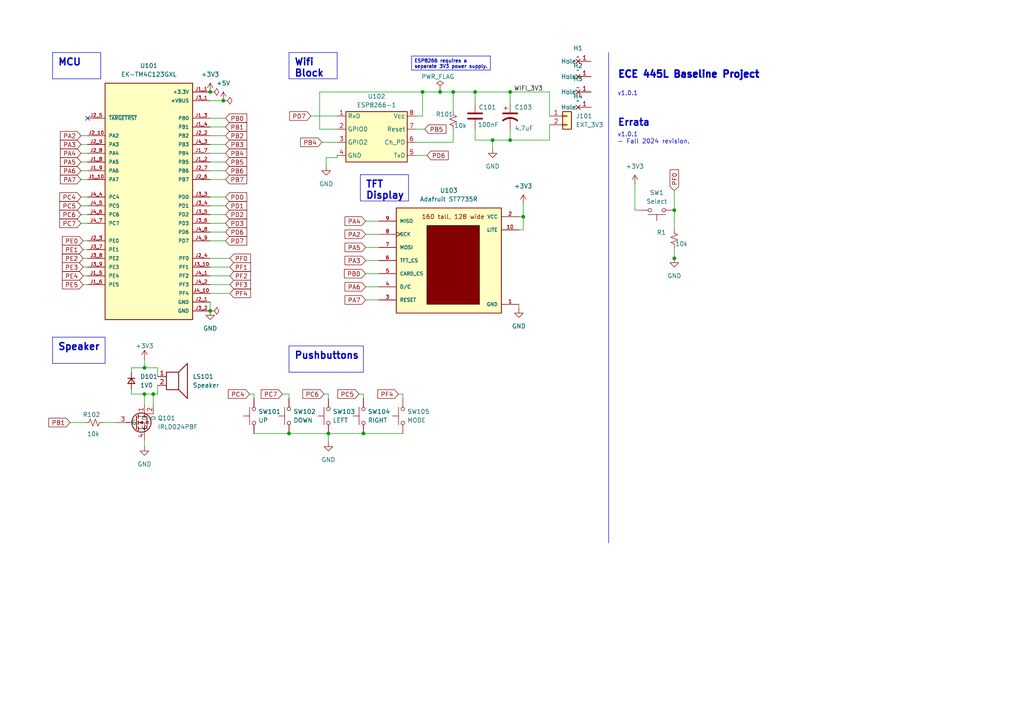
<source format=kicad_sch>
(kicad_sch (version 20231120) (generator "eeschema") (generator_version "8.0")
  (paper "A4")
  (title_block (title "ECE 445L Baseline Project") (date "2024-08-07") (rev "v1.0.1") (company "The University of Texas at Austin"))
  (lib_symbols
    (symbol "Connector_Generic:Conn_01x02" (pin_names (offset 1.016) hide)
      (property "Reference" "J" (at 0 2.54 0))
      (property "Value" "Conn_01x02" (at 0 -5.08 0))
      (symbol "Conn_01x02_1_1"
        (rectangle (start -1.27 -2.413) (end 0 -2.667) (stroke (width 0.1524)))
        (rectangle (start -1.27 0.127) (end 0 -0.127) (stroke (width 0.1524)))
        (rectangle (start -1.27 1.27) (end 1.27 -3.81) (stroke (width 0.254)) (fill (type background)))
        (pin passive line (at -5.08 0 0) (length 3.81) (name "Pin_1") (number "1"))
        (pin passive line (at -5.08 -2.54 0) (length 3.81) (name "Pin_2") (number "2"))
      )
    )
    (symbol "Device:D_Small" (pin_numbers hide) (pin_names (offset 0.254) hide)
      (property "Reference" "D" (at -1.27 2.032 0))
      (property "Value" "D_Small" (at -3.81 -2.032 0))
      (symbol "D_Small_0_1"
        (polyline (pts (xy -0.762 -1.016) (xy -0.762 1.016)) (stroke (width 0.254)))
        (polyline (pts (xy -0.762 0) (xy 0.762 0)))
        (polyline (pts (xy 0.762 -1.016) (xy -0.762 0) (xy 0.762 1.016) (xy 0.762 -1.016)) (stroke (width 0.254)))
      )
      (symbol "D_Small_1_1"
        (pin passive line (at -2.54 0 0) (length 1.778) (name "K") (number "1"))
        (pin passive line (at 2.54 0 180) (length 1.778) (name "A") (number "2"))
      )
    )
    (symbol "Device:Speaker" (pin_names (offset 0) hide)
      (property "Reference" "LS" (at 1.27 5.715 0))
      (property "Value" "Speaker" (at 1.27 3.81 0))
      (symbol "Speaker_0_0"
        (rectangle (start -2.54 1.27) (end 1.016 -3.81) (stroke (width 0.254)))
        (polyline (pts (xy 1.016 1.27) (xy 3.556 3.81) (xy 3.556 -6.35) (xy 1.016 -3.81)) (stroke (width 0.254)))
      )
      (symbol "Speaker_1_1"
        (pin input line (at -5.08 0 0) (length 2.54) (name "1") (number "1"))
        (pin input line (at -5.08 -2.54 0) (length 2.54) (name "2") (number "2"))
      )
    )
    (symbol "ECE445L:Adafruit_ST7735R" (pin_names (offset 1.016))
      (property "Reference" "U?" (at -15.24 16.002 0))
      (property "Value" "Adafruit ST7735R" (at -15.24 -17.78 0))
      (symbol "Adafruit_ST7735R_0_0"
        (rectangle (start -15.24 15.24) (end 15.24 -15.24) (stroke (width 0.254)) (fill (type background)))
      )
      (symbol "Adafruit_ST7735R_1_0"
        (pin power_in line (at 20.32 -12.7 180) (length 5.08) (name "GND") (number "1"))
        (pin power_in line (at 20.32 8.89 180) (length 5.08) (name "LITE") (number "10"))
        (pin power_in line (at 20.32 12.7 180) (length 5.08) (name "VCC") (number "2"))
        (pin input line (at -20.32 -11.43 0) (length 5.08) (name "RESET") (number "3"))
        (pin input line (at -20.32 -7.62 0) (length 5.08) (name "D/C") (number "4"))
        (pin input line (at -20.32 -3.81 0) (length 5.08) (name "CARD_CS") (number "5"))
        (pin input line (at -20.32 0 0) (length 5.08) (name "TFT_CS") (number "6"))
        (pin input line (at -20.32 3.81 0) (length 5.08) (name "MOSI") (number "7"))
        (pin input clock (at -20.32 7.62 0) (length 5.08) (name "SCK") (number "8"))
        (pin output line (at -20.32 11.43 0) (length 5.08) (name "MISO") (number "9"))
      )
      (symbol "Adafruit_ST7735R_1_1"
        (rectangle (start -6.35 10.16) (end 8.89 -12.7) (stroke (width 0) (color 0 0 0 1)) (fill (type color) (color 132 0 0 1)))
        (text "160 tall, 128 wide" (at 1.27 12.7 0) (effects (font (size 1.27 1.27))))
      )
    )
    (symbol "ECE445L:C" (pin_numbers hide) (pin_names (offset 0.254))
      (property "Reference" "C" (at 0.635 2.54 0))
      (property "Value" "C" (at 0.635 -2.54 0))
      (symbol "C_0_1"
        (polyline (pts (xy -2.032 -0.762) (xy 2.032 -0.762)) (stroke (width 0.508)))
        (polyline (pts (xy -2.032 0.762) (xy 2.032 0.762)) (stroke (width 0.508)))
      )
      (symbol "C_1_1"
        (pin passive line (at 0 3.81 270) (length 2.794) (name "~") (number "1"))
        (pin passive line (at 0 -3.81 90) (length 2.794) (name "~") (number "2"))
      )
    )
    (symbol "ECE445L:C_Polarized" (pin_numbers hide) (pin_names (offset 0.254) hide)
      (property "Reference" "C" (at 0.635 2.54 0))
      (property "Value" "C_Polarized" (at 0.635 -2.54 0))
      (symbol "C_Polarized_0_1"
        (polyline (pts (xy -2.032 0.762) (xy 2.032 0.762)) (stroke (width 0.508)))
        (polyline (pts (xy -1.778 2.286) (xy -0.762 2.286)))
        (polyline (pts (xy -1.27 1.778) (xy -1.27 2.794)))
        (arc (start 2.032 -1.27) (mid 0 -0.5572) (end -2.032 -1.27) (stroke (width 0.508)))
      )
      (symbol "C_Polarized_1_1"
        (pin passive line (at 0 3.81 270) (length 2.794) (name "~") (number "1"))
        (pin passive line (at 0 -3.81 90) (length 3.302) (name "~") (number "2"))
      )
    )
    (symbol "ECE445L:EK-TM4C123GXL" (pin_names (offset 1.016))
      (property "Reference" "U?" (at -12.7367 34.3099 0))
      (property "Value" "EK-TM4C123GXL" (at -12.7129 -38.1075 0))
      (symbol "EK-TM4C123GXL_0_0"
        (rectangle (start -12.7 -35.56) (end 12.7 33.02) (stroke (width 0.254)) (fill (type background)))
        (pin power_in line (at 17.78 30.48 180) (length 5.08) (name "+3.3V") (number "J1_1"))
        (pin bidirectional line (at -17.78 5.08 0) (length 5.08) (name "PA7") (number "J1_10"))
        (pin bidirectional line (at 17.78 22.86 180) (length 5.08) (name "PB0") (number "J1_3"))
        (pin bidirectional line (at 17.78 20.32 180) (length 5.08) (name "PB1") (number "J1_4"))
        (pin bidirectional line (at -17.78 -22.86 0) (length 5.08) (name "PE4") (number "J1_5"))
        (pin bidirectional line (at -17.78 -25.4 0) (length 5.08) (name "PE5") (number "J1_6"))
        (pin bidirectional line (at 17.78 12.7 180) (length 5.08) (name "PB4") (number "J1_7"))
        (pin bidirectional line (at -17.78 10.16 0) (length 5.08) (name "PA5") (number "J1_8"))
        (pin bidirectional line (at -17.78 7.62 0) (length 5.08) (name "PA6") (number "J1_9"))
        (pin power_in line (at 17.78 -30.48 180) (length 5.08) (name "GND") (number "J2_1"))
        (pin bidirectional line (at -17.78 17.78 0) (length 5.08) (name "PA2") (number "J2_10"))
        (pin bidirectional line (at 17.78 17.78 180) (length 5.08) (name "PB2") (number "J2_2"))
        (pin bidirectional line (at -17.78 -12.7 0) (length 5.08) (name "PE0") (number "J2_3"))
        (pin bidirectional line (at 17.78 -17.78 180) (length 5.08) (name "PF0") (number "J2_4"))
        (pin input line (at -17.78 22.86 0) (length 5.08) (name "~{TARGETRST}") (number "J2_5"))
        (pin bidirectional line (at 17.78 5.08 180) (length 5.08) (name "PB7") (number "J2_6"))
        (pin bidirectional line (at 17.78 7.62 180) (length 5.08) (name "PB6") (number "J2_7"))
        (pin bidirectional line (at -17.78 12.7 0) (length 5.08) (name "PA4") (number "J2_8"))
        (pin bidirectional line (at -17.78 15.24 0) (length 5.08) (name "PA3") (number "J2_9"))
        (pin power_in line (at 17.78 27.94 180) (length 5.08) (name "+VBUS") (number "J3_1"))
        (pin bidirectional line (at 17.78 -20.32 180) (length 5.08) (name "PF1") (number "J3_10"))
        (pin power_in line (at 17.78 -33.02 180) (length 5.08) (name "GND") (number "J3_2"))
        (pin bidirectional line (at 17.78 0 180) (length 5.08) (name "PD0") (number "J3_3"))
        (pin bidirectional line (at 17.78 -2.54 180) (length 5.08) (name "PD1") (number "J3_4"))
        (pin bidirectional line (at 17.78 -5.08 180) (length 5.08) (name "PD2") (number "J3_5"))
        (pin bidirectional line (at 17.78 -7.62 180) (length 5.08) (name "PD3") (number "J3_6"))
        (pin bidirectional line (at -17.78 -15.24 0) (length 5.08) (name "PE1") (number "J3_7"))
        (pin bidirectional line (at -17.78 -17.78 0) (length 5.08) (name "PE2") (number "J3_8"))
        (pin bidirectional line (at -17.78 -20.32 0) (length 5.08) (name "PE3") (number "J3_9"))
        (pin bidirectional line (at 17.78 -22.86 180) (length 5.08) (name "PF2") (number "J4_1"))
        (pin bidirectional line (at 17.78 -27.94 180) (length 5.08) (name "PF4") (number "J4_10"))
        (pin bidirectional line (at 17.78 -25.4 180) (length 5.08) (name "PF3") (number "J4_2"))
        (pin bidirectional line (at 17.78 15.24 180) (length 5.08) (name "PB3") (number "J4_3"))
        (pin bidirectional line (at -17.78 0 0) (length 5.08) (name "PC4") (number "J4_4"))
        (pin bidirectional line (at -17.78 -2.54 0) (length 5.08) (name "PC5") (number "J4_5"))
        (pin bidirectional line (at -17.78 -5.08 0) (length 5.08) (name "PC6") (number "J4_6"))
        (pin bidirectional line (at -17.78 -7.62 0) (length 5.08) (name "PC7") (number "J4_7"))
        (pin bidirectional line (at 17.78 -10.16 180) (length 5.08) (name "PD6") (number "J4_8"))
        (pin bidirectional line (at 17.78 -12.7 180) (length 5.08) (name "PD7") (number "J4_9"))
      )
      (symbol "EK-TM4C123GXL_1_0"
        (pin bidirectional line (at 17.78 10.16 180) (length 5.08) (name "PB5") (number "J1_2"))
      )
    )
    (symbol "ECE445L:ESP8266-1"
      (property "Reference" "U" (at 0 0 0))
      (property "Value" "ESP8266-1" (at 0 8.255 0))
      (symbol "ESP8266-1_1_1"
        (rectangle (start -8.255 6.985) (end 9.525 -7.62) (stroke (width 0.254)) (fill (type background)))
        (pin passive line (at -10.795 5.715 0) (length 2.54) (name "RxD") (number "1"))
        (pin passive line (at -10.795 1.905 0) (length 2.54) (name "GPIO0") (number "2"))
        (pin passive line (at -10.795 -1.905 0) (length 2.54) (name "GPIO2") (number "3"))
        (pin passive line (at -10.795 -5.715 0) (length 2.54) (name "GND") (number "4"))
        (pin passive line (at 12.065 -5.715 180) (length 2.54) (name "TxD") (number "5"))
        (pin passive line (at 12.065 -1.905 180) (length 2.54) (name "Ch_PD") (number "6"))
        (pin passive line (at 12.065 1.905 180) (length 2.54) (name "Reset") (number "7"))
        (pin passive line (at 12.065 5.715 180) (length 2.54) (name "Vcc") (number "8"))
      )
    )
    (symbol "ECE445L:IRLD024PBF"
      (property "Reference" "Q" (at 6.35 5.715 0))
      (property "Value" "IRLD024PBF" (at 16.51 -1.905 0))
      (symbol "IRLD024PBF_0_1"
        (polyline (pts (xy 11.43 0.635) (xy 8.636 0.635)))
        (polyline (pts (xy 11.684 2.54) (xy 11.684 -1.27)) (stroke (width 0.254)))
        (polyline (pts (xy 12.192 -0.635) (xy 12.192 -1.651)) (stroke (width 0.254)))
        (polyline (pts (xy 12.192 1.143) (xy 12.192 0.127)) (stroke (width 0.254)))
        (polyline (pts (xy 12.192 2.921) (xy 12.192 1.905)) (stroke (width 0.254)))
        (polyline (pts (xy 13.97 3.175) (xy 13.97 2.413)))
        (polyline (pts (xy 16.51 3.175) (xy 13.97 3.175)))
        (polyline (pts (xy 13.97 -1.905) (xy 13.97 0.635) (xy 12.192 0.635)))
        (polyline (pts (xy 12.192 -1.143) (xy 14.732 -1.143) (xy 14.732 2.413) (xy 12.192 2.413)))
        (polyline (pts (xy 12.446 0.635) (xy 13.462 1.016) (xy 13.462 0.254) (xy 12.446 0.635)) (fill (type outline)))
        (polyline (pts (xy 14.224 1.143) (xy 14.351 1.016) (xy 15.113 1.016) (xy 15.24 0.889)))
        (polyline (pts (xy 14.732 1.016) (xy 14.351 0.381) (xy 15.113 0.381) (xy 14.732 1.016)))
        (circle (center 13.081 0.635) (radius 2.794) (stroke (width 0.254)))
        (circle (center 13.97 -1.143) (radius 0.254) (fill (type outline)))
        (circle (center 13.97 2.413) (radius 0.254) (fill (type outline)))
      )
      (symbol "IRLD024PBF_1_1"
        (pin passive line (at 13.97 5.715 270) (length 2.54) (name "D") (number "1"))
        (pin passive line (at 16.51 5.715 270) (length 2.54) (name "D") (number "2"))
        (pin input line (at 5.715 0.635 0) (length 4) (name "G") (number "3"))
        (pin passive line (at 13.97 -4.445 90) (length 2.54) (name "S") (number "4"))
      )
    )
    (symbol "ECE445L:MountingHole"
      (property "Reference" "H" (at 0 0 0))
      (symbol "MountingHole_1_1"
        (pin power_in non_logic (at 0 0 180) (length 3.81) (name "Hole") (number "1"))
      )
    )
    (symbol "ECE445L:R_0.125W" (pin_numbers hide) (pin_names (offset 0.254) hide)
      (property "Reference" "R" (at 0.762 0.508 0))
      (property "Value" "R_0.125W" (at 0.762 -1.016 0))
      (symbol "R_0.125W_1_1"
        (polyline (pts (xy 0 0) (xy 1.016 -0.381) (xy 0 -0.762) (xy -1.016 -1.143) (xy 0 -1.524)))
        (polyline (pts (xy 0 1.524) (xy 1.016 1.143) (xy 0 0.762) (xy -1.016 0.381) (xy 0 0)))
        (pin passive line (at 0 2.54 270) (length 1.016) (name "~") (number "1"))
        (pin passive line (at 0 -2.54 90) (length 1.016) (name "~") (number "2"))
      )
    )
    (symbol "Switch:SW_Push" (pin_numbers hide) (pin_names (offset 1.016) hide)
      (property "Reference" "SW" (at 1.27 2.54 0))
      (property "Value" "SW_Push" (at 0 -1.524 0))
      (symbol "SW_Push_0_1"
        (circle (center -2.032 0) (radius 0.508))
        (polyline (pts (xy 0 1.27) (xy 0 3.048)))
        (polyline (pts (xy 2.54 1.27) (xy -2.54 1.27)))
        (circle (center 2.032 0) (radius 0.508))
        (pin passive line (at -5.08 0 0) (length 2.54) (name "1") (number "1"))
        (pin passive line (at 5.08 0 180) (length 2.54) (name "2") (number "2"))
      )
    )
    (symbol "power:+3V3" (power) (pin_numbers hide) (pin_names (offset 0) hide)
      (property "Value" "+3V3" (at 0 3.556 0))
      (symbol "+3V3_0_1"
        (polyline (pts (xy -0.762 1.27) (xy 0 2.54)))
        (polyline (pts (xy 0 0) (xy 0 2.54)))
        (polyline (pts (xy 0 2.54) (xy 0.762 1.27)))
      )
      (symbol "+3V3_1_1"
        (pin power_in line (at 0 0 90) (length 0) (name "~") (number "1"))
      )
    )
    (symbol "power:+5V" (power) (pin_numbers hide) (pin_names (offset 0) hide)
      (property "Value" "+5V" (at 0 3.556 0))
      (symbol "+5V_0_1"
        (polyline (pts (xy -0.762 1.27) (xy 0 2.54)))
        (polyline (pts (xy 0 0) (xy 0 2.54)))
        (polyline (pts (xy 0 2.54) (xy 0.762 1.27)))
      )
      (symbol "+5V_1_1"
        (pin power_in line (at 0 0 90) (length 0) (name "~") (number "1"))
      )
    )
    (symbol "power:GND" (power) (pin_numbers hide) (pin_names (offset 0) hide)
      (property "Value" "GND" (at 0 -3.81 0))
      (symbol "GND_0_1"
        (polyline (pts (xy 0 0) (xy 0 -1.27) (xy 1.27 -1.27) (xy 0 -2.54) (xy -1.27 -1.27) (xy 0 -1.27)))
      )
      (symbol "GND_1_1"
        (pin power_in line (at 0 0 270) (length 0) (name "~") (number "1"))
      )
    )
    (symbol "power:PWR_FLAG" (power) (pin_numbers hide) (pin_names (offset 0) hide)
      (property "Value" "PWR_FLAG" (at 0 3.81 0))
      (symbol "PWR_FLAG_0_0"
        (pin power_out line (at 0 0 90) (length 0) (name "~") (number "1"))
      )
      (symbol "PWR_FLAG_0_1"
        (polyline (pts (xy 0 0) (xy 0 1.27) (xy -1.016 1.905) (xy 0 2.54) (xy 1.016 1.905) (xy 0 1.27)))
      )
    )
  )
  (junction (at 60.96 26.67))
  (junction (at 195.58 60.96))
  (junction (at 95.25 125.73))
  (junction (at 127.635 26.67))
  (junction (at 147.955 26.67))
  (junction (at 41.91 106.68))
  (junction (at 44.45 114.3))
  (junction (at 195.58 74.93))
  (junction (at 122.555 26.67))
  (junction (at 137.795 26.67))
  (junction (at 147.955 40.64))
  (junction (at 60.96 90.17))
  (junction (at 41.91 114.3))
  (junction (at 142.875 40.64))
  (junction (at 131.445 26.67))
  (junction (at 83.82 125.73))
  (junction (at 105.41 125.73))
  (junction (at 151.765 62.865))
  (junction (at 64.77 29.21))
  (no_connect (at 25.4 34.29))
  (wire (pts (xy 60.96 41.91) (xy 65.405 41.91)))
  (wire (pts (xy 106.045 71.755) (xy 109.855 71.755)))
  (wire (pts (xy 93.345 41.275) (xy 97.79 41.275)))
  (wire (pts (xy 81.915 114.3) (xy 83.82 114.3)))
  (wire (pts (xy 73.66 114.3) (xy 73.66 115.57)))
  (wire (pts (xy 116.84 114.3) (xy 116.84 115.57)))
  (wire (pts (xy 60.96 52.07) (xy 65.405 52.07)))
  (wire (pts (xy 60.96 36.83) (xy 65.405 36.83)))
  (wire (pts (xy 95.25 125.73) (xy 95.25 128.27)))
  (wire (pts (xy 20.32 122.555) (xy 24.765 122.555)))
  (wire (pts (xy 38.1 106.68) (xy 41.91 106.68)))
  (wire (pts (xy 94.615 45.72) (xy 94.615 48.26)))
  (wire (pts (xy 106.045 79.375) (xy 109.855 79.375)))
  (wire (pts (xy 60.96 69.85) (xy 65.405 69.85)))
  (wire (pts (xy 131.445 41.275) (xy 131.445 37.465)))
  (wire (pts (xy 23.495 64.77) (xy 25.4 64.77)))
  (wire (pts (xy 147.955 40.64) (xy 159.385 40.64)))
  (wire (pts (xy 120.65 45.085) (xy 123.825 45.085)))
  (wire (pts (xy 60.96 77.47) (xy 66.675 77.47)))
  (wire (pts (xy 45.72 111.76) (xy 45.72 114.3)))
  (wire (pts (xy 92.71 26.67) (xy 92.71 37.465)))
  (wire (pts (xy 106.045 75.565) (xy 109.855 75.565)))
  (wire (pts (xy 24.13 77.47) (xy 25.4 77.47)))
  (wire (pts (xy 73.66 125.73) (xy 83.82 125.73)))
  (wire (pts (xy 195.58 74.93) (xy 195.58 71.755)))
  (wire (pts (xy 23.495 62.23) (xy 25.4 62.23)))
  (wire (pts (xy 97.79 45.72) (xy 94.615 45.72)))
  (wire (pts (xy 23.495 41.91) (xy 25.4 41.91)))
  (wire (pts (xy 142.875 40.64) (xy 137.795 40.64)))
  (wire (pts (xy 41.91 104.14) (xy 41.91 106.68)))
  (wire (pts (xy 29.845 122.555) (xy 33.655 122.555)))
  (wire (pts (xy 60.96 39.37) (xy 65.405 39.37)))
  (wire (pts (xy 60.96 87.63) (xy 60.96 90.17)))
  (wire (pts (xy 41.91 114.3) (xy 44.45 114.3)))
  (wire (pts (xy 131.445 26.67) (xy 127.635 26.67)))
  (wire (pts (xy 24.13 72.39) (xy 25.4 72.39)))
  (wire (pts (xy 72.39 114.3) (xy 73.66 114.3)))
  (wire (pts (xy 38.1 106.68) (xy 38.1 107.95)))
  (wire (pts (xy 60.96 85.09) (xy 66.675 85.09)))
  (wire (pts (xy 24.13 69.85) (xy 25.4 69.85)))
  (wire (pts (xy 38.1 114.3) (xy 41.91 114.3)))
  (wire (pts (xy 127.635 26.035) (xy 127.635 26.67)))
  (wire (pts (xy 23.495 49.53) (xy 25.4 49.53)))
  (wire (pts (xy 60.96 80.01) (xy 66.675 80.01)))
  (wire (pts (xy 120.65 33.655) (xy 122.555 33.655)))
  (wire (pts (xy 60.96 34.29) (xy 65.405 34.29)))
  (wire (pts (xy 151.765 59.055) (xy 151.765 62.865)))
  (wire (pts (xy 115.57 114.3) (xy 116.84 114.3)))
  (wire (pts (xy 24.13 80.01) (xy 25.4 80.01)))
  (wire (pts (xy 106.045 67.945) (xy 109.855 67.945)))
  (wire (pts (xy 83.82 114.3) (xy 83.82 115.57)))
  (wire (pts (xy 97.79 45.085) (xy 97.79 45.72)))
  (wire (pts (xy 23.495 39.37) (xy 25.4 39.37)))
  (wire (pts (xy 83.82 125.73) (xy 95.25 125.73)))
  (wire (pts (xy 104.14 114.3) (xy 105.41 114.3)))
  (wire (pts (xy 120.65 37.465) (xy 123.19 37.465)))
  (wire (pts (xy 23.495 44.45) (xy 25.4 44.45)))
  (wire (pts (xy 90.17 33.655) (xy 97.79 33.655)))
  (wire (pts (xy 60.96 29.21) (xy 64.77 29.21)))
  (wire (pts (xy 142.875 40.64) (xy 147.955 40.64)))
  (wire (pts (xy 137.795 26.67) (xy 131.445 26.67)))
  (wire (pts (xy 106.045 64.135) (xy 109.855 64.135)))
  (polyline (pts (xy 176.53 15.24) (xy 176.53 157.48)))
  (wire (pts (xy 195.58 75.565) (xy 195.58 74.93)))
  (wire (pts (xy 24.13 82.55) (xy 25.4 82.55)))
  (wire (pts (xy 23.495 52.07) (xy 25.4 52.07)))
  (wire (pts (xy 106.045 83.185) (xy 109.855 83.185)))
  (wire (pts (xy 151.765 66.675) (xy 151.765 62.865)))
  (wire (pts (xy 184.15 60.96) (xy 185.42 60.96)))
  (wire (pts (xy 184.15 53.34) (xy 184.15 60.96)))
  (wire (pts (xy 195.58 60.96) (xy 195.58 66.675)))
  (wire (pts (xy 147.955 26.67) (xy 137.795 26.67)))
  (wire (pts (xy 106.045 86.995) (xy 109.855 86.995)))
  (wire (pts (xy 44.45 114.3) (xy 45.72 114.3)))
  (wire (pts (xy 23.495 46.99) (xy 25.4 46.99)))
  (wire (pts (xy 93.98 114.3) (xy 95.25 114.3)))
  (wire (pts (xy 127.635 26.67) (xy 122.555 26.67)))
  (wire (pts (xy 105.41 125.73) (xy 116.84 125.73)))
  (wire (pts (xy 150.495 66.675) (xy 151.765 66.675)))
  (wire (pts (xy 137.795 40.64) (xy 137.795 37.465)))
  (wire (pts (xy 159.385 36.195) (xy 159.385 40.64)))
  (wire (pts (xy 97.79 37.465) (xy 92.71 37.465)))
  (wire (pts (xy 60.96 64.77) (xy 65.405 64.77)))
  (wire (pts (xy 150.495 88.265) (xy 150.495 89.535)))
  (wire (pts (xy 137.795 26.67) (xy 137.795 29.845)))
  (wire (pts (xy 120.65 41.275) (xy 131.445 41.275)))
  (wire (pts (xy 41.91 114.3) (xy 41.91 117.475)))
  (wire (pts (xy 142.875 43.18) (xy 142.875 40.64)))
  (wire (pts (xy 95.25 114.3) (xy 95.25 115.57)))
  (wire (pts (xy 122.555 33.655) (xy 122.555 26.67)))
  (wire (pts (xy 60.96 82.55) (xy 66.675 82.55)))
  (wire (pts (xy 60.96 74.93) (xy 66.675 74.93)))
  (wire (pts (xy 105.41 114.3) (xy 105.41 115.57)))
  (wire (pts (xy 95.25 125.73) (xy 105.41 125.73)))
  (wire (pts (xy 131.445 26.67) (xy 131.445 32.385)))
  (wire (pts (xy 44.45 114.3) (xy 44.45 117.475)))
  (wire (pts (xy 60.96 44.45) (xy 65.405 44.45)))
  (wire (pts (xy 60.96 67.31) (xy 65.405 67.31)))
  (wire (pts (xy 60.96 57.15) (xy 65.405 57.15)))
  (wire (pts (xy 23.495 57.15) (xy 25.4 57.15)))
  (wire (pts (xy 45.72 106.68) (xy 45.72 109.22)))
  (wire (pts (xy 41.91 127.635) (xy 41.91 129.54)))
  (wire (pts (xy 147.955 40.64) (xy 147.955 37.465)))
  (wire (pts (xy 60.96 59.69) (xy 65.405 59.69)))
  (wire (pts (xy 147.955 26.67) (xy 147.955 29.845)))
  (wire (pts (xy 122.555 26.67) (xy 92.71 26.67)))
  (wire (pts (xy 23.495 59.69) (xy 25.4 59.69)))
  (wire (pts (xy 60.96 46.99) (xy 65.405 46.99)))
  (wire (pts (xy 159.385 26.67) (xy 159.385 33.655)))
  (wire (pts (xy 150.495 62.865) (xy 151.765 62.865)))
  (wire (pts (xy 60.96 62.23) (xy 65.405 62.23)))
  (wire (pts (xy 41.91 106.68) (xy 45.72 106.68)))
  (wire (pts (xy 60.96 49.53) (xy 65.405 49.53)))
  (wire (pts (xy 24.13 74.93) (xy 25.4 74.93)))
  (wire (pts (xy 195.58 60.96) (xy 195.58 55.245)))
  (wire (pts (xy 159.385 26.67) (xy 147.955 26.67)))
  (wire (pts (xy 38.1 114.3) (xy 38.1 113.03)))
  (text_box "MCU" (at 15.24 15.24 0) (size 13.97 7.62) (effects (font (size 2 2) (thickness 0.4) (bold yes)) (justify left top)))
  (text_box "ESP8266 requires a separate 3V3 power supply." (at 119.38 16.256 0) (size 22.86 4.064) (effects (font (size 1 1) (bold yes)) (justify left top)))
  (text_box "Speaker" (at 15.24 97.79 0) (size 15.24 7.62) (effects (font (size 2 2) (thickness 0.4) (bold yes)) (justify left top)))
  (text_box "Pushbuttons" (at 83.82 100.33 0) (size 21.59 7.62) (effects (font (size 2 2) (thickness 0.4) (bold yes)) (justify left top)))
  (text_box "TFT Display" (at 104.521 50.673 0) (size 13.97 7.62) (effects (font (size 2 2) (thickness 0.4) (bold yes)) (justify left top)))
  (text_box "Wifi Block" (at 83.82 15.24 0) (size 13.97 7.62) (effects (font (size 2 2) (thickness 0.4) (bold yes)) (justify left top)))
  (text "v1.0.1\n- Fall 2024 revision." (at 179.07 41.91 0) (effects (font (size 1.27 1.27)) (justify left bottom)))
  (text "ECE 445L Baseline Project" (at 179.07 22.86 0) (effects (font (size 2 2) (thickness 0.6) (bold yes)) (justify left bottom)))
  (text "v1.0.1" (at 179.07 27.94 0) (effects (font (size 1.27 1.27)) (justify left bottom)))
  (text "Errata" (at 179.07 36.83 0) (effects (font (size 2 2) (thickness 0.4) (bold yes)) (justify left bottom)))
  (label "WIFI_3V3" (at 157.48 26.67 180))
  (global_label "PF0" (shape input) (at 195.58 55.245 90) (property "Intersheetrefs" "${INTERSHEET_REFS}" (effects (hide yes))))
  (global_label "PC5" (shape input) (at 23.495 59.69 180) (property "Intersheetrefs" "${INTERSHEET_REFS}" (effects (hide yes))))
  (global_label "PB6" (shape input) (at 65.405 49.53 0) (property "Intersheetrefs" "${INTERSHEET_REFS}" (effects (hide yes))))
  (global_label "PB2" (shape input) (at 65.405 39.37 0) (property "Intersheetrefs" "${INTERSHEET_REFS}" (effects (hide yes))))
  (global_label "PA7" (shape input) (at 23.495 52.07 180) (property "Intersheetrefs" "${INTERSHEET_REFS}" (effects (hide yes))))
  (global_label "PA4" (shape input) (at 23.495 44.45 180) (property "Intersheetrefs" "${INTERSHEET_REFS}" (effects (hide yes))))
  (global_label "PB5" (shape input) (at 65.405 46.99 0) (property "Intersheetrefs" "${INTERSHEET_REFS}" (effects (hide yes))))
  (global_label "PB3" (shape input) (at 65.405 41.91 0) (property "Intersheetrefs" "${INTERSHEET_REFS}" (effects (hide yes))))
  (global_label "PD7" (shape input) (at 65.405 69.85 0) (property "Intersheetrefs" "${INTERSHEET_REFS}" (effects (hide yes))))
  (global_label "PE0" (shape input) (at 24.13 69.85 180) (property "Intersheetrefs" "${INTERSHEET_REFS}" (effects (hide yes))))
  (global_label "PD1" (shape input) (at 65.405 59.69 0) (property "Intersheetrefs" "${INTERSHEET_REFS}" (effects (hide yes))))
  (global_label "PF4" (shape input) (at 66.675 85.09 0) (property "Intersheetrefs" "${INTERSHEET_REFS}" (effects (hide yes))))
  (global_label "PE3" (shape input) (at 24.13 77.47 180) (property "Intersheetrefs" "${INTERSHEET_REFS}" (effects (hide yes))))
  (global_label "PC7" (shape input) (at 23.495 64.77 180) (property "Intersheetrefs" "${INTERSHEET_REFS}" (effects (hide yes))))
  (global_label "PA2" (shape input) (at 106.045 67.945 180) (property "Intersheetrefs" "${INTERSHEET_REFS}" (effects (hide yes))))
  (global_label "PD7" (shape input) (at 90.17 33.655 180) (property "Intersheetrefs" "${INTERSHEET_REFS}" (effects (hide yes))))
  (global_label "PB4" (shape input) (at 93.345 41.275 180) (property "Intersheetrefs" "${INTERSHEET_REFS}" (effects (hide yes))))
  (global_label "PC7" (shape input) (at 81.915 114.3 180) (property "Intersheetrefs" "${INTERSHEET_REFS}" (effects (hide yes))))
  (global_label "PE2" (shape input) (at 24.13 74.93 180) (property "Intersheetrefs" "${INTERSHEET_REFS}" (effects (hide yes))))
  (global_label "PA3" (shape input) (at 23.495 41.91 180) (property "Intersheetrefs" "${INTERSHEET_REFS}" (effects (hide yes))))
  (global_label "PE4" (shape input) (at 24.13 80.01 180) (property "Intersheetrefs" "${INTERSHEET_REFS}" (effects (hide yes))))
  (global_label "PC4" (shape input) (at 23.495 57.15 180) (property "Intersheetrefs" "${INTERSHEET_REFS}" (effects (hide yes))))
  (global_label "PB0" (shape input) (at 65.405 34.29 0) (property "Intersheetrefs" "${INTERSHEET_REFS}" (effects (hide yes))))
  (global_label "PE1" (shape input) (at 24.13 72.39 180) (property "Intersheetrefs" "${INTERSHEET_REFS}" (effects (hide yes))))
  (global_label "PF3" (shape input) (at 66.675 82.55 0) (property "Intersheetrefs" "${INTERSHEET_REFS}" (effects (hide yes))))
  (global_label "PC4" (shape input) (at 72.39 114.3 180) (property "Intersheetrefs" "${INTERSHEET_REFS}" (effects (hide yes))))
  (global_label "PD3" (shape input) (at 65.405 64.77 0) (property "Intersheetrefs" "${INTERSHEET_REFS}" (effects (hide yes))))
  (global_label "PC6" (shape input) (at 93.98 114.3 180) (property "Intersheetrefs" "${INTERSHEET_REFS}" (effects (hide yes))))
  (global_label "PD0" (shape input) (at 65.405 57.15 0) (property "Intersheetrefs" "${INTERSHEET_REFS}" (effects (hide yes))))
  (global_label "PB7" (shape input) (at 65.405 52.07 0) (property "Intersheetrefs" "${INTERSHEET_REFS}" (effects (hide yes))))
  (global_label "PD6" (shape input) (at 123.825 45.085 0) (property "Intersheetrefs" "${INTERSHEET_REFS}" (effects (hide yes))))
  (global_label "PA2" (shape input) (at 23.495 39.37 180) (property "Intersheetrefs" "${INTERSHEET_REFS}" (effects (hide yes))))
  (global_label "PA7" (shape input) (at 106.045 86.995 180) (property "Intersheetrefs" "${INTERSHEET_REFS}" (effects (hide yes))))
  (global_label "PB1" (shape input) (at 20.32 122.555 180) (property "Intersheetrefs" "${INTERSHEET_REFS}" (effects (hide yes))))
  (global_label "PA6" (shape input) (at 106.045 83.185 180) (property "Intersheetrefs" "${INTERSHEET_REFS}" (effects (hide yes))))
  (global_label "PF0" (shape input) (at 66.675 74.93 0) (property "Intersheetrefs" "${INTERSHEET_REFS}" (effects (hide yes))))
  (global_label "PC6" (shape input) (at 23.495 62.23 180) (property "Intersheetrefs" "${INTERSHEET_REFS}" (effects (hide yes))))
  (global_label "PC5" (shape input) (at 104.14 114.3 180) (property "Intersheetrefs" "${INTERSHEET_REFS}" (effects (hide yes))))
  (global_label "PE5" (shape input) (at 24.13 82.55 180) (property "Intersheetrefs" "${INTERSHEET_REFS}" (effects (hide yes))))
  (global_label "PF4" (shape input) (at 115.57 114.3 180) (property "Intersheetrefs" "${INTERSHEET_REFS}" (effects (hide yes))))
  (global_label "PB5" (shape input) (at 123.19 37.465 0) (property "Intersheetrefs" "${INTERSHEET_REFS}" (effects (hide yes))))
  (global_label "PA3" (shape input) (at 106.045 75.565 180) (property "Intersheetrefs" "${INTERSHEET_REFS}" (effects (hide yes))))
  (global_label "PD6" (shape input) (at 65.405 67.31 0) (property "Intersheetrefs" "${INTERSHEET_REFS}" (effects (hide yes))))
  (global_label "PA4" (shape input) (at 106.045 64.135 180) (property "Intersheetrefs" "${INTERSHEET_REFS}" (effects (hide yes))))
  (global_label "PF1" (shape input) (at 66.675 77.47 0) (property "Intersheetrefs" "${INTERSHEET_REFS}" (effects (hide yes))))
  (global_label "PB1" (shape input) (at 65.405 36.83 0) (property "Intersheetrefs" "${INTERSHEET_REFS}" (effects (hide yes))))
  (global_label "PA6" (shape input) (at 23.495 49.53 180) (property "Intersheetrefs" "${INTERSHEET_REFS}" (effects (hide yes))))
  (global_label "PA5" (shape input) (at 106.045 71.755 180) (property "Intersheetrefs" "${INTERSHEET_REFS}" (effects (hide yes))))
  (global_label "PD2" (shape input) (at 65.405 62.23 0) (property "Intersheetrefs" "${INTERSHEET_REFS}" (effects (hide yes))))
  (global_label "PF2" (shape input) (at 66.675 80.01 0) (property "Intersheetrefs" "${INTERSHEET_REFS}" (effects (hide yes))))
  (global_label "PB0" (shape input) (at 106.045 79.375 180) (property "Intersheetrefs" "${INTERSHEET_REFS}" (effects (hide yes))))
  (global_label "PB4" (shape input) (at 65.405 44.45 0) (property "Intersheetrefs" "${INTERSHEET_REFS}" (effects (hide yes))))
  (global_label "PA5" (shape input) (at 23.495 46.99 180) (property "Intersheetrefs" "${INTERSHEET_REFS}" (effects (hide yes))))
  (symbol (lib_id "power:PWR_FLAG") (at 60.96 90.17 270) (unit 1)
    (property "Reference" "#FLG0102" (effects (hide yes)))
    (property "Value" "PWR_FLAG" (effects (hide yes)))
    (property "Description" "Special symbol for telling ERC where power comes from" (effects (hide yes)))
  )
  (symbol (lib_id "Device:D_Small") (at 38.1 110.49 270) (unit 1)
    (property "Reference" "D101" (at 40.64 109.22 90) (effects (justify left)))
    (property "Value" "1V0" (at 40.64 111.76 90) (effects (justify left)))
    (property "Footprint" "Diode_THT:D_5W_P12.70mm_Horizontal" (effects (hide yes)))
    (property "Description" "Diode, small symbol" (effects (hide yes)))
    (property "Cost" "0.10 " (effects (hide yes)))
    (property "Distributor" "Mouser" (effects (hide yes)))
    (property "Manufacturer" "onsemi" (effects (hide yes)))
    (property "P/N" "1N914 " (effects (hide yes)))
    (property "Sim.Device" "D" (effects (hide yes)))
    (property "Sim.Pins" "1=K 2=A" (effects (hide yes)))
  )
  (symbol (lib_id "ECE445L:EK-TM4C123GXL") (at 43.18 57.15 0) (unit 1)
    (property "Reference" "U101" (at 43.18 19.05 0))
    (property "Value" "EK-TM4C123GXL" (at 43.18 21.59 0))
    (property "Footprint" "ECE445L:ti_EKTM4C123GXL" (effects (hide yes)))
    (property "Datasheet" "https://www.ti.com/lit/ds/symlink/tm4c123gh6pm.pdf?ts=1693244962384&ref_url=https%253A%252F%252Fwww.google.com%252F" (effects (hide yes)))
    (property "Distributor" "Mouser" (effects (hide yes)))
    (property "Manufacturer" "Texas Instruments" (effects (hide yes)))
    (property "P/N" "EK-TM4C123GXL" (effects (hide yes)))
    (property "Cost" "22.60" (effects (hide yes)))
  )
  (symbol (lib_id "ECE445L:IRLD024PBF") (at 27.94 123.19 0) (unit 1)
    (property "Reference" "Q101" (at 45.72 121.2849 0) (effects (justify left)))
    (property "Value" "IRLD024PBF" (at 45.72 123.8249 0) (effects (justify left)))
    (property "Footprint" "ECE445L:DIP920W60P254L490H457Q4N" (effects (hide yes)))
    (property "Datasheet" "http://www.vishay.com/docs/91308/sihld24.pdf" (effects (hide yes)))
    (property "Description" "Vishay IRLD024PBF N-channel MOSFET Transistor, 2.5 A, 60 V, 4-Pin HVMDIP" (effects (hide yes)))
    (property "Cost" "1.67" (effects (hide yes)))
    (property "Distributor" "Mouser" (effects (hide yes)))
    (property "Manufacturer" "Vishay" (effects (hide yes)))
    (property "P/N" "IRLD024PBF" (effects (hide yes)))
    (property "Sim.Device" "NMOS" (effects (hide yes)))
    (property "Sim.Type" "VDMOS" (effects (hide yes)))
    (property "Sim.Pins" "1=D 2=G 3=S" (effects (hide yes)))
    (property "Height" "4.57" (effects (hide yes)))
    (property "Mouser Part Number" "844-IRLD024PBF" (effects (hide yes)))
    (property "Mouser Price/Stock" "https://www.mouser.co.uk/ProductDetail/Vishay-Siliconix/IRLD024PBF?qs=cvaI6ThkwxvrmVanJu5OcQ%3D%3D" (effects (hide yes)))
    (property "Manufacturer_Name" "Vishay" (effects (hide yes)))
    (property "Manufacturer_Part_Number" "IRLD024PBF" (effects (hide yes)))
  )
  (symbol (lib_id "power:PWR_FLAG") (at 64.77 29.21 270) (unit 1)
    (property "Reference" "#FLG0103" (effects (hide yes)))
    (property "Value" "PWR_FLAG" (effects (hide yes)))
    (property "Description" "Special symbol for telling ERC where power comes from" (effects (hide yes)))
  )
  (symbol (lib_id "Switch:SW_Push") (at 73.66 120.65 90) (unit 1)
    (property "Reference" "SW101" (at 74.93 119.38 90) (effects (justify right)))
    (property "Value" "UP" (at 74.93 121.92 90) (effects (justify right)))
    (property "Footprint" "Button_Switch_THT:SW_PUSH_6mm" (effects (hide yes)))
    (property "Description" "Push button switch, generic, two pins" (effects (hide yes)))
  )
  (symbol (lib_id "ECE445L:MountingHole") (at 171.45 22.225 0) (unit 1)
    (property "Reference" "H2" (at 167.64 19.05 0))
    (property "Value" "~" (at 167.64 20.32 0))
    (property "Footprint" "ECE445L:MountingHole_4_40" (effects (hide yes)))
    (property "Description" "Drill hole for 4-40 screw" (effects (hide yes)))
  )
  (symbol (lib_id "Connector_Generic:Conn_01x02") (at 164.465 33.655 0) (unit 1)
    (property "Reference" "J101" (at 167.005 33.655 0) (effects (justify left)))
    (property "Value" "EXT_3V3" (at 167.005 36.195 0) (effects (justify left)))
    (property "Footprint" "Connector_Samtec_HPM_THT:Samtec_HPM-02-01-x-S_Straight_1x02_Pitch5.08mm" (effects (hide yes)))
    (property "Description" "Generic connector, single row, 01x02, script generated (kicad-library-utils/schlib/autogen/connector/)" (effects (hide yes)))
  )
  (symbol (lib_id "power:+3V3") (at 184.15 53.34 0) (unit 1)
    (property "Reference" "#PWR04" (effects (hide yes)))
    (property "Value" "+3V3" (at 184.15 48.26 0))
    (property "Description" "Power symbol creates a global label with name \"+3V3\"" (effects (hide yes)))
  )
  (symbol (lib_id "ECE445L:C_Polarized") (at 147.955 33.655 0) (unit 1)
    (property "Reference" "C103" (at 149.225 31.115 0) (effects (justify left)))
    (property "Value" "4.7uF" (at 149.225 37.211 0) (effects (justify left)))
    (property "Footprint" "ECE445L:CP_Radial_Tantal200mil" (effects (hide yes)))
    (property "Description" "Polarized capacitor, US symbol" (effects (hide yes)))
  )
  (symbol (lib_id "power:GND") (at 94.615 48.26 0) (unit 1)
    (property "Reference" "#PWR03" (effects (hide yes)))
    (property "Value" "GND" (at 94.615 53.34 0))
    (property "Description" "Power symbol creates a global label with name \"GND\" , ground" (effects (hide yes)))
  )
  (symbol (lib_id "power:+5V") (at 64.77 29.21 0) (unit 1)
    (property "Reference" "#PWR0105" (effects (hide yes)))
    (property "Value" "+5V" (at 64.77 24.13 0))
    (property "Description" "Power symbol creates a global label with name \"+5V\"" (effects (hide yes)))
  )
  (symbol (lib_id "Switch:SW_Push") (at 190.5 60.96 180) (unit 1)
    (property "Reference" "SW1" (at 190.5 55.88 0))
    (property "Value" "Select" (at 190.5 58.42 0))
    (property "Footprint" "Button_Switch_THT:SW_PUSH_6mm" (effects (hide yes)))
    (property "Description" "Push button switch, generic, two pins" (effects (hide yes)))
  )
  (symbol (lib_id "power:GND") (at 95.25 128.27 0) (unit 1)
    (property "Reference" "#PWR0107" (effects (hide yes)))
    (property "Value" "GND" (at 95.25 133.35 0))
    (property "Description" "Power symbol creates a global label with name \"GND\" , ground" (effects (hide yes)))
  )
  (symbol (lib_id "power:GND") (at 150.495 89.535 0) (unit 1)
    (property "Reference" "#PWR02" (effects (hide yes)))
    (property "Value" "GND" (at 150.495 94.615 0))
    (property "Description" "Power symbol creates a global label with name \"GND\" , ground" (effects (hide yes)))
  )
  (symbol (lib_id "ECE445L:C") (at 137.795 33.655 0) (unit 1)
    (property "Reference" "C101" (at 138.811 31.115 0) (effects (justify left)))
    (property "Value" "100nF" (at 138.557 36.195 0) (effects (justify left)))
    (property "Footprint" "ECE445L:C_Axial_200mil" (effects (hide yes)))
    (property "Description" "Unpolarized capacitor" (effects (hide yes)))
  )
  (symbol (lib_id "ECE445L:MountingHole") (at 171.45 26.67 0) (unit 1)
    (property "Reference" "H3" (at 167.64 22.86 0))
    (property "Value" "~" (at 167.64 25.4 0))
    (property "Footprint" "ECE445L:MountingHole_4_40" (effects (hide yes)))
    (property "Description" "Drill hole for 4-40 screw" (effects (hide yes)))
  )
  (symbol (lib_id "ECE445L:R_0.125W") (at 131.445 34.925 0) (unit 1)
    (property "Reference" "R101" (at 126.365 33.147 0) (effects (justify left)))
    (property "Value" "10k" (at 131.699 36.449 0) (effects (justify left)))
    (property "Footprint" "ECE445L:R_Axial_DIN0204_L3.6mm_D1.6mm_P7.62mm_Horizontal" (effects (hide yes)))
    (property "Datasheet" "https://users.ece.utexas.edu/~valvano/mspm0/CarbonFilmresistors.pdf" (effects (hide yes)))
    (property "Description" "Resistor, small US symbol" (effects (hide yes)))
  )
  (symbol (lib_id "power:+3V3") (at 151.765 59.055 0) (unit 1)
    (property "Reference" "#PWR01" (effects (hide yes)))
    (property "Value" "+3V3" (at 151.765 53.975 0))
    (property "Description" "Power symbol creates a global label with name \"+3V3\"" (effects (hide yes)))
  )
  (symbol (lib_id "Switch:SW_Push") (at 83.82 120.65 90) (unit 1)
    (property "Reference" "SW102" (at 85.09 119.38 90) (effects (justify right)))
    (property "Value" "DOWN" (at 85.09 121.92 90) (effects (justify right)))
    (property "Footprint" "Button_Switch_THT:SW_PUSH_6mm" (effects (hide yes)))
    (property "Description" "Push button switch, generic, two pins" (effects (hide yes)))
  )
  (symbol (lib_id "ECE445L:R_0.125W") (at 195.58 69.215 0) (unit 1)
    (property "Reference" "R1" (at 190.5 67.437 0) (effects (justify left)))
    (property "Value" "10k" (at 195.834 70.739 0) (effects (justify left)))
    (property "Footprint" "ECE445L:R_Axial_DIN0204_L3.6mm_D1.6mm_P7.62mm_Horizontal" (effects (hide yes)))
    (property "Datasheet" "https://users.ece.utexas.edu/~valvano/mspm0/CarbonFilmresistors.pdf" (effects (hide yes)))
    (property "Description" "Resistor, small US symbol" (effects (hide yes)))
  )
  (symbol (lib_id "power:GND") (at 142.875 43.18 0) (unit 1)
    (property "Reference" "#PWR0108" (effects (hide yes)))
    (property "Value" "GND" (at 142.875 48.26 0))
    (property "Description" "Power symbol creates a global label with name \"GND\" , ground" (effects (hide yes)))
  )
  (symbol (lib_id "Switch:SW_Push") (at 95.25 120.65 90) (unit 1)
    (property "Reference" "SW103" (at 96.52 119.38 90) (effects (justify right)))
    (property "Value" "LEFT" (at 96.52 121.92 90) (effects (justify right)))
    (property "Footprint" "Button_Switch_THT:SW_PUSH_6mm" (effects (hide yes)))
    (property "Description" "Push button switch, generic, two pins" (effects (hide yes)))
  )
  (symbol (lib_id "Switch:SW_Push") (at 105.41 120.65 90) (unit 1)
    (property "Reference" "SW104" (at 106.68 119.38 90) (effects (justify right)))
    (property "Value" "RIGHT" (at 106.68 121.92 90) (effects (justify right)))
    (property "Footprint" "Button_Switch_THT:SW_PUSH_6mm" (effects (hide yes)))
    (property "Description" "Push button switch, generic, two pins" (effects (hide yes)))
  )
  (symbol (lib_id "power:+3V3") (at 60.96 26.67 0) (unit 1)
    (property "Reference" "#PWR0103" (effects (hide yes)))
    (property "Value" "+3V3" (at 60.96 21.59 0))
    (property "Description" "Power symbol creates a global label with name \"+3V3\"" (effects (hide yes)))
  )
  (symbol (lib_id "power:GND") (at 195.58 74.93 0) (unit 1)
    (property "Reference" "#PWR05" (effects (hide yes)))
    (property "Value" "GND" (at 195.58 80.01 0))
    (property "Description" "Power symbol creates a global label with name \"GND\" , ground" (effects (hide yes)))
  )
  (symbol (lib_id "Switch:SW_Push") (at 116.84 120.65 90) (unit 1)
    (property "Reference" "SW105" (at 118.11 119.38 90) (effects (justify right)))
    (property "Value" "MODE" (at 118.11 121.92 90) (effects (justify right)))
    (property "Footprint" "Button_Switch_THT:SW_PUSH_6mm" (effects (hide yes)))
    (property "Description" "Push button switch, generic, two pins" (effects (hide yes)))
  )
  (symbol (lib_id "power:GND") (at 41.91 129.54 0) (unit 1)
    (property "Reference" "#PWR0102" (effects (hide yes)))
    (property "Value" "GND" (at 41.91 134.62 0))
    (property "Description" "Power symbol creates a global label with name \"GND\" , ground" (effects (hide yes)))
  )
  (symbol (lib_id "power:PWR_FLAG") (at 60.96 26.67 270) (unit 1)
    (property "Reference" "#FLG0101" (effects (hide yes)))
    (property "Value" "PWR_FLAG" (effects (hide yes)))
    (property "Description" "Special symbol for telling ERC where power comes from" (effects (hide yes)))
  )
  (symbol (lib_id "Device:Speaker") (at 50.8 109.22 0) (unit 1)
    (property "Reference" "LS101" (at 55.88 109.22 0) (effects (justify left)))
    (property "Value" "Speaker" (at 55.88 111.76 0) (effects (justify left)))
    (property "Footprint" "Connector_PinHeader_2.54mm:PinHeader_1x02_P2.54mm_Vertical" (effects (hide yes)))
    (property "Description" "Speaker" (effects (hide yes)))
  )
  (symbol (lib_id "power:PWR_FLAG") (at 127.635 26.035 0) (unit 1)
    (property "Reference" "#FLG0104" (effects (hide yes)))
    (property "Value" "PWR_FLAG" (at 127 22.225 0))
    (property "Description" "Special symbol for telling ERC where power comes from" (effects (hide yes)))
  )
  (symbol (lib_id "power:GND") (at 60.96 90.17 0) (unit 1)
    (property "Reference" "#PWR0104" (effects (hide yes)))
    (property "Value" "GND" (at 60.96 95.25 0))
    (property "Description" "Power symbol creates a global label with name \"GND\" , ground" (effects (hide yes)))
  )
  (symbol (lib_id "ECE445L:MountingHole") (at 171.45 17.78 0) (unit 1)
    (property "Reference" "H1" (at 167.64 13.97 0))
    (property "Value" "~" (at 167.64 16.51 0))
    (property "Footprint" "ECE445L:MountingHole_4_40" (effects (hide yes)))
    (property "Description" "Drill hole for 4-40 screw" (effects (hide yes)))
  )
  (symbol (lib_id "ECE445L:ESP8266-1") (at 108.585 39.37 0) (unit 1)
    (property "Reference" "U102" (at 109.22 27.94 0))
    (property "Value" "ESP8266-1" (at 109.22 30.48 0))
    (property "Footprint" "ECE445L:PinHeader_2x04_P2.54mm_Vertical" (effects (hide yes)))
    (property "Datasheet" "https://www.microchip.ua/wireless/esp01.pdf" (effects (hide yes)))
    (property "Description" "Wifi module" (effects (hide yes)))
  )
  (symbol (lib_id "ECE445L:MountingHole") (at 171.45 31.115 0) (unit 1)
    (property "Reference" "H4" (at 167.64 27.94 0))
    (property "Value" "~" (at 167.64 29.21 0))
    (property "Footprint" "ECE445L:MountingHole_4_40" (effects (hide yes)))
    (property "Description" "Drill hole for 4-40 screw" (effects (hide yes)))
  )
  (symbol (lib_id "ECE445L:R_0.125W") (at 27.305 122.555 90) (unit 1)
    (property "Reference" "R102" (at 26.543 120.269 90))
    (property "Value" "10k" (at 27.051 125.857 90))
    (property "Footprint" "ECE445L:R_Axial_DIN0204_L3.6mm_D1.6mm_P7.62mm_Horizontal" (effects (hide yes)))
    (property "Datasheet" "https://users.ece.utexas.edu/~valvano/mspm0/CarbonFilmresistors.pdf" (effects (hide yes)))
    (property "Description" "Resistor, small US symbol" (effects (hide yes)))
  )
  (symbol (lib_id "power:+3V3") (at 41.91 104.14 0) (unit 1)
    (property "Reference" "#PWR0101" (effects (hide yes)))
    (property "Value" "+3V3" (at 41.91 100.33 0))
    (property "Description" "Power symbol creates a global label with name \"+3V3\"" (effects (hide yes)))
  )
  (symbol (lib_id "ECE445L:Adafruit_ST7735R") (at 130.175 75.565 0) (unit 1)
    (property "Reference" "U103" (at 130.175 55.245 0))
    (property "Value" "Adafruit ST7735R" (at 130.175 57.785 0))
    (property "Footprint" "ECE445L:adafruit_st7735r2" (effects (hide yes)))
    (property "Datasheet" "https://www.mouser.com/datasheet/2/737/ST7735R_V0_2-2489618.pdf" (effects (hide yes)))
    (property "Distributor" "Mouser" (effects (hide yes)))
    (property "Manufacturer" "Adafruit" (effects (hide yes)))
    (property "P/N" "358" (effects (hide yes)))
    (property "Cost" "19.95" (effects (hide yes)))
  )
)
</source>
